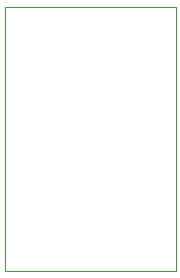
<source format=gbr>
G04 #@! TF.GenerationSoftware,KiCad,Pcbnew,(5.1.5-0-10_14)*
G04 #@! TF.CreationDate,2021-10-06T22:58:41+01:00*
G04 #@! TF.ProjectId,throwie,7468726f-7769-4652-9e6b-696361645f70,rev?*
G04 #@! TF.SameCoordinates,Original*
G04 #@! TF.FileFunction,Profile,NP*
%FSLAX46Y46*%
G04 Gerber Fmt 4.6, Leading zero omitted, Abs format (unit mm)*
G04 Created by KiCad (PCBNEW (5.1.5-0-10_14)) date 2021-10-06 22:58:41*
%MOMM*%
%LPD*%
G04 APERTURE LIST*
%ADD10C,0.050000*%
G04 APERTURE END LIST*
D10*
X66548000Y-67310000D02*
X52070000Y-67310000D01*
X66548000Y-89662000D02*
X66548000Y-67310000D01*
X52070000Y-89662000D02*
X66548000Y-89662000D01*
X52070000Y-67310000D02*
X52070000Y-89662000D01*
M02*

</source>
